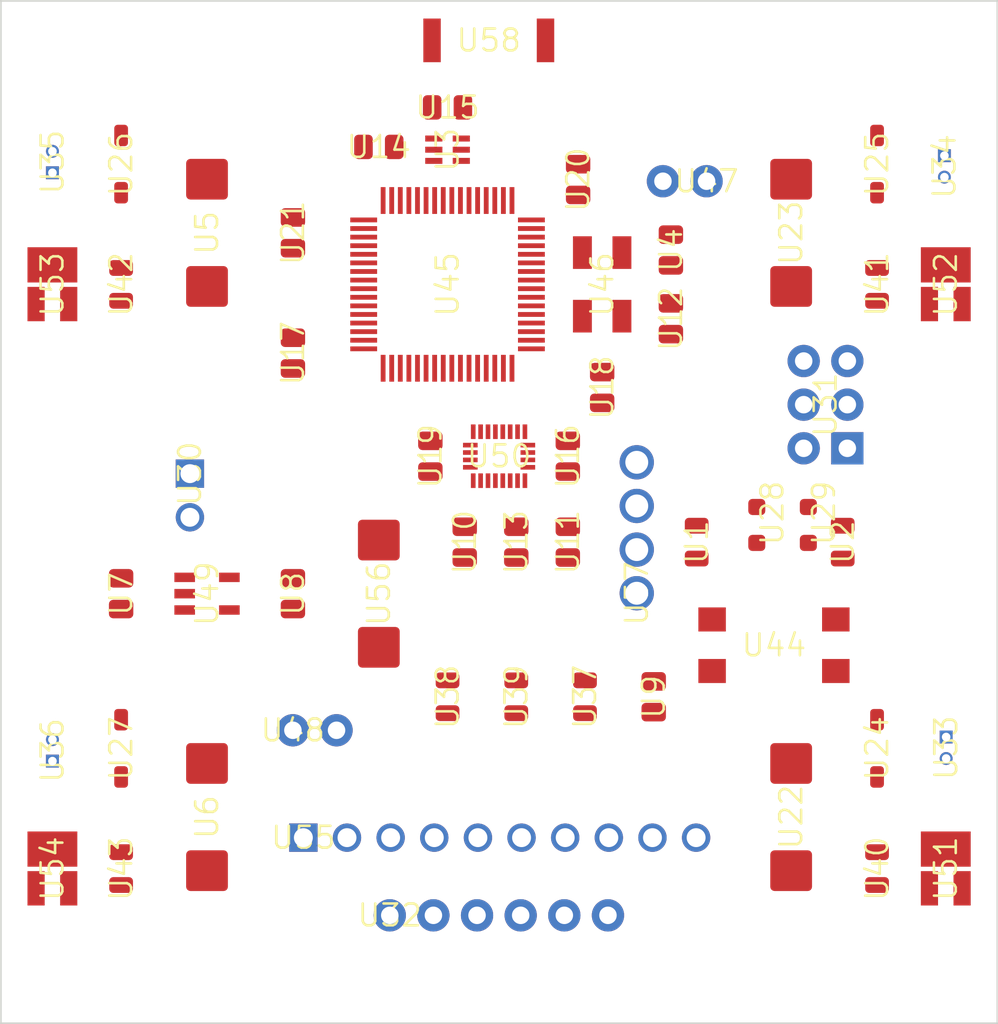
<source format=kicad_pcb>
(kicad_pcb (version 20221018) (generator pcbnew)
  (layers (0 "F.Cu" signal "Top") (1 "In1.Cu" signal "Route2") (2 "In2.Cu" signal "Route15") (31 "B.Cu" signal "Bottom") (34 "B.Paste" user) (35 "F.Paste" user) (36 "B.SilkS" user "B.Silkscreen") (37 "F.SilkS" user "F.Silkscreen") (38 "B.Mask" user) (39 "F.Mask" user) (44 "Edge.Cuts" user))
  (net 0 "")
  (net 1 "3V3")
  (net 2 "GND")
  (net 3 "VBAT")
  (net 4 "BAT_GND")
  (net 5 "Net-(B1-Pad3)")
  (net 6 "Net-(B1-Pad4)")
  (net 7 "Net-(C3-Pad1)")
  (net 8 "Net-(C1-Pad1)")
  (net 9 "Net-(C2-Pad1)")
  (net 10 "/PWM3")
  (net 11 "/PWM2")
  (net 12 "/PWM1")
  (net 13 "/TX0")
  (net 14 "/RX0")
  (net 15 "/PWM4")
  (net 16 "/MISO")
  (net 17 "/MOSI")
  (net 18 "/SCK")
  (net 19 "/SDA")
  (net 20 "/SCL")
  (net 21 "Net-(C4-Pad1)")
  (net 22 "/RESET")
  (net 23 "Net-(D1-PadA)")
  (net 24 "Net-(C18-Pad1)")
  (net 25 "Net-(C19-Pad1)")
  (net 26 "Net-(B1-Pad2)")
  (net 27 "Net-(B1-Pad1)")
  (net 28 "Net-(D2-PadA)")
  (net 29 "Net-(D3-PadA)")
  (net 30 "Net-(D4-PadA)")
  (net 31 "/DTR")
  (net 32 "Net-(D7-Pad1)")
  (net 33 "Net-(D8-Pad2)")
  (net 34 "/LED2")
  (net 35 "/LED1")
  (footprint "quadcopter:BALUN" (layer "F.Cu") (at 145.5011 83.9162 -90)
    (fp_text reference "U3" (at 0 0 270) (layer "F.SilkS") (effects (font (size 1.27 1.27))))
    (fp_text value "" (at 0 0 270) (layer "F.SilkS") (effects (font (size 1.27 1.27))))
    (pad "1" smd rect (at -0.65 0.8 270) (size 0.35 1) (layers "F.Cu" "F.Paste" "F.Mask") (net 27 "Net-(B1-Pad1)"))
    (pad "2" smd rect (at 0 0.8 270) (size 0.35 1) (layers "F.Cu" "F.Paste" "F.Mask") (net 26 "Net-(B1-Pad2)"))
    (pad "3" smd rect (at 0.65 0.8 270) (size 0.35 1) (layers "F.Cu" "F.Paste" "F.Mask") (net 5 "Net-(B1-Pad3)"))
    (pad "4" smd rect (at 0.65 -0.8 270) (size 0.35 1) (layers "F.Cu" "F.Paste" "F.Mask") (net 6 "Net-(B1-Pad4)"))
    (pad "5" smd rect (at 0 -0.8 270) (size 0.35 1) (layers "F.Cu" "F.Paste" "F.Mask") (net 2 "GND"))
    (pad "6" smd rect (at -0.65 -0.8 270) (size 0.35 1) (layers "F.Cu" "F.Paste" "F.Mask"))
  )
  (footprint "quadcopter:CAPC2012X140_HS" (layer "F.Cu") (at 158.5011 89.7536 90)
    (fp_text reference "U4" (at 0 0 90) (layer "F.SilkS") (effects (font (size 1.27 1.27))))
    (fp_text value "" (at 0 0 90) (layer "F.SilkS") (effects (font (size 1.27 1.27))))
    (pad "1" smd roundrect (at -0.895 0 270) (size 1.08 1.42) (layers "F.Cu" "F.Mask") (roundrect_rratio 0.23) (net 8 "Net-(C1-Pad1)"))
    (pad "2" smd roundrect (at 0.895 0 90) (size 1.08 1.42) (layers "F.Cu" "F.Mask") (roundrect_rratio 0.23) (net 2 "GND"))
  )
  (footprint "quadcopter:CAPMP7343X310_HS" (layer "F.Cu") (at 131.5011 88.7536 -90)
    (fp_text reference "U5" (at 0 0 270) (layer "F.SilkS") (effects (font (size 1.27 1.27))))
    (fp_text value "" (at 0 0 270) (layer "F.SilkS") (effects (font (size 1.27 1.27))))
    (pad "1" smd roundrect (at -3.12 0 90) (size 2.37 2.43) (layers "F.Cu" "F.Mask") (roundrect_rratio 0.105) (net 3 "VBAT"))
    (pad "2" smd roundrect (at 3.12 0 270) (size 2.37 2.43) (layers "F.Cu" "F.Mask") (roundrect_rratio 0.105) (net 4 "BAT_GND"))
  )
  (footprint "quadcopter:CAPMP7343X310_HS" (layer "F.Cu") (at 131.5011 122.7536 -90)
    (fp_text reference "U6" (at 0 0 270) (layer "F.SilkS") (effects (font (size 1.27 1.27))))
    (fp_text value "" (at 0 0 270) (layer "F.SilkS") (effects (font (size 1.27 1.27))))
    (pad "1" smd roundrect (at -3.12 0 90) (size 2.37 2.43) (layers "F.Cu" "F.Mask") (roundrect_rratio 0.105) (net 3 "VBAT"))
    (pad "2" smd roundrect (at 3.12 0 270) (size 2.37 2.43) (layers "F.Cu" "F.Mask") (roundrect_rratio 0.105) (net 4 "BAT_GND"))
  )
  (footprint "quadcopter:CAPC2012X140_HS" (layer "F.Cu") (at 126.5011 109.7536 -90)
    (fp_text reference "U7" (at 0 0 270) (layer "F.SilkS") (effects (font (size 1.27 1.27))))
    (fp_text value "" (at 0 0 270) (layer "F.SilkS") (effects (font (size 1.27 1.27))))
    (pad "1" smd roundrect (at -0.895 0 90) (size 1.08 1.42) (layers "F.Cu" "F.Mask") (roundrect_rratio 0.23) (net 3 "VBAT"))
    (pad "2" smd roundrect (at 0.895 0 270) (size 1.08 1.42) (layers "F.Cu" "F.Mask") (roundrect_rratio 0.23) (net 4 "BAT_GND"))
  )
  (footprint "quadcopter:CAPC2012X140_HS" (layer "F.Cu") (at 136.5011 109.7536 -90)
    (fp_text reference "U8" (at 0 0 270) (layer "F.SilkS") (effects (font (size 1.27 1.27))))
    (fp_text value "" (at 0 0 270) (layer "F.SilkS") (effects (font (size 1.27 1.27))))
    (pad "1" smd roundrect (at -0.895 0 90) (size 1.08 1.42) (layers "F.Cu" "F.Mask") (roundrect_rratio 0.23) (net 1 "3V3"))
    (pad "2" smd roundrect (at 0.895 0 270) (size 1.08 1.42) (layers "F.Cu" "F.Mask") (roundrect_rratio 0.23) (net 2 "GND"))
  )
  (footprint "quadcopter:CAPC2012X140_HS" (layer "F.Cu") (at 157.5011 115.7536 -90)
    (fp_text reference "U9" (at 0 0 270) (layer "F.SilkS") (effects (font (size 1.27 1.27))))
    (fp_text value "" (at 0 0 270) (layer "F.SilkS") (effects (font (size 1.27 1.27))))
    (pad "1" smd roundrect (at -0.895 0 90) (size 1.08 1.42) (layers "F.Cu" "F.Mask") (roundrect_rratio 0.23) (net 31 "/DTR"))
    (pad "2" smd roundrect (at 0.895 0 270) (size 1.08 1.42) (layers "F.Cu" "F.Mask") (roundrect_rratio 0.23) (net 22 "/RESET"))
  )
  (footprint "quadcopter:CAPC2012X140_HS" (layer "F.Cu") (at 146.5011 106.7536 -90)
    (fp_text reference "U10" (at 0 0 270) (layer "F.SilkS") (effects (font (size 1.27 1.27))))
    (fp_text value "" (at 0 0 270) (layer "F.SilkS") (effects (font (size 1.27 1.27))))
    (pad "1" smd roundrect (at -0.895 0 90) (size 1.08 1.42) (layers "F.Cu" "F.Mask") (roundrect_rratio 0.23) (net 24 "Net-(C18-Pad1)"))
    (pad "2" smd roundrect (at 0.895 0 270) (size 1.08 1.42) (layers "F.Cu" "F.Mask") (roundrect_rratio 0.23) (net 2 "GND"))
  )
  (footprint "quadcopter:CAPC2012X140_HS" (layer "F.Cu") (at 152.5011 106.7536 -90)
    (fp_text reference "U11" (at 0 0 270) (layer "F.SilkS") (effects (font (size 1.27 1.27))))
    (fp_text value "" (at 0 0 270) (layer "F.SilkS") (effects (font (size 1.27 1.27))))
    (pad "1" smd roundrect (at -0.895 0 90) (size 1.08 1.42) (layers "F.Cu" "F.Mask") (roundrect_rratio 0.23) (net 25 "Net-(C19-Pad1)"))
    (pad "2" smd roundrect (at 0.895 0 270) (size 1.08 1.42) (layers "F.Cu" "F.Mask") (roundrect_rratio 0.23) (net 2 "GND"))
  )
  (footprint "quadcopter:CAPC2012X140_HS" (layer "F.Cu") (at 158.5011 93.7536 -90)
    (fp_text reference "U12" (at 0 0 270) (layer "F.SilkS") (effects (font (size 1.27 1.27))))
    (fp_text value "" (at 0 0 270) (layer "F.SilkS") (effects (font (size 1.27 1.27))))
    (pad "1" smd roundrect (at -0.895 0 90) (size 1.08 1.42) (layers "F.Cu" "F.Mask") (roundrect_rratio 0.23) (net 9 "Net-(C2-Pad1)"))
    (pad "2" smd roundrect (at 0.895 0 270) (size 1.08 1.42) (layers "F.Cu" "F.Mask") (roundrect_rratio 0.23) (net 2 "GND"))
  )
  (footprint "quadcopter:CAPC2012X140_HS" (layer "F.Cu") (at 149.5011 106.7536 -90)
    (fp_text reference "U13" (at 0 0 270) (layer "F.SilkS") (effects (font (size 1.27 1.27))))
    (fp_text value "" (at 0 0 270) (layer "F.SilkS") (effects (font (size 1.27 1.27))))
    (pad "1" smd roundrect (at -0.895 0 90) (size 1.08 1.42) (layers "F.Cu" "F.Mask") (roundrect_rratio 0.23) (net 1 "3V3"))
    (pad "2" smd roundrect (at 0.895 0 270) (size 1.08 1.42) (layers "F.Cu" "F.Mask") (roundrect_rratio 0.23) (net 2 "GND"))
  )
  (footprint "quadcopter:CAPC2012X140_HS" (layer "F.Cu") (at 141.5011 83.7536 180)
    (fp_text reference "U14" (at 0 0 180) (layer "F.SilkS") (effects (font (size 1.27 1.27))))
    (fp_text value "" (at 0 0 180) (layer "F.SilkS") (effects (font (size 1.27 1.27))))
    (pad "1" smd roundrect (at -0.895 0) (size 1.08 1.42) (layers "F.Cu" "F.Mask") (roundrect_rratio 0.23) (net 26 "Net-(B1-Pad2)"))
    (pad "2" smd roundrect (at 0.895 0 180) (size 1.08 1.42) (layers "F.Cu" "F.Mask") (roundrect_rratio 0.23) (net 2 "GND"))
  )
  (footprint "quadcopter:CAPC2012X140_HS" (layer "F.Cu") (at 145.5011 81.4536)
    (fp_text reference "U15" (at 0 0) (layer "F.SilkS") (effects (font (size 1.27 1.27))))
    (fp_text value "" (at 0 0) (layer "F.SilkS") (effects (font (size 1.27 1.27))))
    (pad "1" smd roundrect (at -0.895 0 180) (size 1.08 1.42) (layers "F.Cu" "F.Mask") (roundrect_rratio 0.23) (net 27 "Net-(B1-Pad1)"))
    (pad "2" smd roundrect (at 0.895 0) (size 1.08 1.42) (layers "F.Cu" "F.Mask") (roundrect_rratio 0.23) (net 2 "GND"))
  )
  (footprint "quadcopter:CAPC2012X140_HS" (layer "F.Cu") (at 152.5011 101.7536 90)
    (fp_text reference "U16" (at 0 0 90) (layer "F.SilkS") (effects (font (size 1.27 1.27))))
    (fp_text value "" (at 0 0 90) (layer "F.SilkS") (effects (font (size 1.27 1.27))))
    (pad "1" smd roundrect (at -0.895 0 270) (size 1.08 1.42) (layers "F.Cu" "F.Mask") (roundrect_rratio 0.23) (net 1 "3V3"))
    (pad "2" smd roundrect (at 0.895 0 90) (size 1.08 1.42) (layers "F.Cu" "F.Mask") (roundrect_rratio 0.23) (net 2 "GND"))
  )
  (footprint "quadcopter:CAPC2012X140_HS" (layer "F.Cu") (at 136.5011 95.7536 -90)
    (fp_text reference "U17" (at 0 0 270) (layer "F.SilkS") (effects (font (size 1.27 1.27))))
    (fp_text value "" (at 0 0 270) (layer "F.SilkS") (effects (font (size 1.27 1.27))))
    (pad "1" smd roundrect (at -0.895 0 90) (size 1.08 1.42) (layers "F.Cu" "F.Mask") (roundrect_rratio 0.23) (net 1 "3V3"))
    (pad "2" smd roundrect (at 0.895 0 270) (size 1.08 1.42) (layers "F.Cu" "F.Mask") (roundrect_rratio 0.23) (net 2 "GND"))
  )
  (footprint "quadcopter:CAPC2012X140_HS" (layer "F.Cu") (at 154.5011 97.7536 90)
    (fp_text reference "U18" (at 0 0 90) (layer "F.SilkS") (effects (font (size 1.27 1.27))))
    (fp_text value "" (at 0 0 90) (layer "F.SilkS") (effects (font (size 1.27 1.27))))
    (pad "1" smd roundrect (at -0.895 0 270) (size 1.08 1.42) (layers "F.Cu" "F.Mask") (roundrect_rratio 0.23) (net 1 "3V3"))
    (pad "2" smd roundrect (at 0.895 0 90) (size 1.08 1.42) (layers "F.Cu" "F.Mask") (roundrect_rratio 0.23) (net 2 "GND"))
  )
  (footprint "quadcopter:CAPC2012X140_HS" (layer "F.Cu") (at 144.5011 101.7536 -90)
    (fp_text reference "U19" (at 0 0 270) (layer "F.SilkS") (effects (font (size 1.27 1.27))))
    (fp_text value "" (at 0 0 270) (layer "F.SilkS") (effects (font (size 1.27 1.27))))
    (pad "1" smd roundrect (at -0.895 0 90) (size 1.08 1.42) (layers "F.Cu" "F.Mask") (roundrect_rratio 0.23) (net 1 "3V3"))
    (pad "2" smd roundrect (at 0.895 0 270) (size 1.08 1.42) (layers "F.Cu" "F.Mask") (roundrect_rratio 0.23) (net 2 "GND"))
  )
  (footprint "quadcopter:CAPC2012X140_HS" (layer "F.Cu") (at 153.1011 85.6536 90)
    (fp_text reference "U20" (at 0 0 90) (layer "F.SilkS") (effects (font (size 1.27 1.27))))
    (fp_text value "" (at 0 0 90) (layer "F.SilkS") (effects (font (size 1.27 1.27))))
    (pad "1" smd roundrect (at -0.895 0 270) (size 1.08 1.42) (layers "F.Cu" "F.Mask") (roundrect_rratio 0.23) (net 7 "Net-(C3-Pad1)"))
    (pad "2" smd roundrect (at 0.895 0 90) (size 1.08 1.42) (layers "F.Cu" "F.Mask") (roundrect_rratio 0.23) (net 2 "GND"))
  )
  (footprint "quadcopter:CAPC2012X140_HS" (layer "F.Cu") (at 136.5011 88.7536 90)
    (fp_text reference "U21" (at 0 0 90) (layer "F.SilkS") (effects (font (size 1.27 1.27))))
    (fp_text value "" (at 0 0 90) (layer "F.SilkS") (effects (font (size 1.27 1.27))))
    (pad "1" smd roundrect (at -0.895 0 270) (size 1.08 1.42) (layers "F.Cu" "F.Mask") (roundrect_rratio 0.23) (net 21 "Net-(C4-Pad1)"))
    (pad "2" smd roundrect (at 0.895 0 90) (size 1.08 1.42) (layers "F.Cu" "F.Mask") (roundrect_rratio 0.23) (net 2 "GND"))
  )
  (footprint "quadcopter:CAPMP7343X310_HS" (layer "F.Cu") (at 165.5011 122.7536 -90)
    (fp_text reference "U22" (at 0 0 270) (layer "F.SilkS") (effects (font (size 1.27 1.27))))
    (fp_text value "" (at 0 0 270) (layer "F.SilkS") (effects (font (size 1.27 1.27))))
    (pad "1" smd roundrect (at -3.12 0 90) (size 2.37 2.43) (layers "F.Cu" "F.Mask") (roundrect_rratio 0.105) (net 3 "VBAT"))
    (pad "2" smd roundrect (at 3.12 0 270) (size 2.37 2.43) (layers "F.Cu" "F.Mask") (roundrect_rratio 0.105) (net 4 "BAT_GND"))
  )
  (footprint "quadcopter:CAPMP7343X310_HS" (layer "F.Cu") (at 165.5011 88.7536 -90)
    (fp_text reference "U23" (at 0 0 270) (layer "F.SilkS") (effects (font (size 1.27 1.27))))
    (fp_text value "" (at 0 0 270) (layer "F.SilkS") (effects (font (size 1.27 1.27))))
    (pad "1" smd roundrect (at -3.12 0 90) (size 2.37 2.43) (layers "F.Cu" "F.Mask") (roundrect_rratio 0.105) (net 3 "VBAT"))
    (pad "2" smd roundrect (at 3.12 0 270) (size 2.37 2.43) (layers "F.Cu" "F.Mask") (roundrect_rratio 0.105) (net 4 "BAT_GND"))
  )
  (footprint "quadcopter:SOD3716X135_HS" (layer "F.Cu") (at 170.5011 118.7536 -90)
    (fp_text reference "U24" (at 0 0 270) (layer "F.SilkS") (effects (font (size 1.27 1.27))))
    (fp_text value "" (at 0 0 270) (layer "F.SilkS") (effects (font (size 1.27 1.27))))
    (pad "A" smd roundrect (at 1.665 0 270) (size 1.25 0.8) (layers "F.Cu" "F.Mask") (net 23 "Net-(D1-PadA)"))
    (pad "C" smd roundrect (at -1.665 0 90) (size 1.25 0.8) (layers "F.Cu" "F.Mask") (net 3 "VBAT"))
  )
  (footprint "quadcopter:SOD3716X135_HS" (layer "F.Cu") (at 170.5011 84.7536 -90)
    (fp_text reference "U25" (at 0 0 270) (layer "F.SilkS") (effects (font (size 1.27 1.27))))
    (fp_text value "" (at 0 0 270) (layer "F.SilkS") (effects (font (size 1.27 1.27))))
    (pad "A" smd roundrect (at 1.665 0 270) (size 1.25 0.8) (layers "F.Cu" "F.Mask") (net 28 "Net-(D2-PadA)"))
    (pad "C" smd roundrect (at -1.665 0 90) (size 1.25 0.8) (layers "F.Cu" "F.Mask") (net 3 "VBAT"))
  )
  (footprint "quadcopter:SOD3716X135_HS" (layer "F.Cu") (at 126.5011 84.7536 -90)
    (fp_text reference "U26" (at 0 0 270) (layer "F.SilkS") (effects (font (size 1.27 1.27))))
    (fp_text value "" (at 0 0 270) (layer "F.SilkS") (effects (font (size 1.27 1.27))))
    (pad "A" smd roundrect (at 1.665 0 270) (size 1.25 0.8) (layers "F.Cu" "F.Mask") (net 29 "Net-(D3-PadA)"))
    (pad "C" smd roundrect (at -1.665 0 90) (size 1.25 0.8) (layers "F.Cu" "F.Mask") (net 3 "VBAT"))
  )
  (footprint "quadcopter:SOD3716X135_HS" (layer "F.Cu") (at 126.5011 118.7536 -90)
    (fp_text reference "U27" (at 0 0 270) (layer "F.SilkS") (effects (font (size 1.27 1.27))))
    (fp_text value "" (at 0 0 270) (layer "F.SilkS") (effects (font (size 1.27 1.27))))
    (pad "A" smd roundrect (at 1.665 0 270) (size 1.25 0.8) (layers "F.Cu" "F.Mask") (net 30 "Net-(D4-PadA)"))
    (pad "C" smd roundrect (at -1.665 0 90) (size 1.25 0.8) (layers "F.Cu" "F.Mask") (net 3 "VBAT"))
  )
  (footprint "quadcopter:LEDSC125X200X120-2_HS" (layer "F.Cu") (at 163.5011 105.7536 -90)
    (fp_text reference "U28" (at -0.7 -0.9 270) (layer "F.SilkS") (effects (font (size 1.27 1.27))))
    (fp_text value "" (at -0.7 -0.9 270) (layer "F.SilkS") (effects (font (size 1.27 1.27))))
    (pad "1" smd roundrect (at -1.045 0 90) (size 0.94 0.99) (layers "F.Cu" "F.Mask") (roundrect_rratio 0.255) (net 32 "Net-(D7-Pad1)"))
    (pad "2" smd roundrect (at 1.045 0 270) (size 0.94 0.99) (layers "F.Cu" "F.Mask") (roundrect_rratio 0.255) (net 2 "GND"))
  )
  (footprint "quadcopter:LEDSC125X200X120-2_HS" (layer "F.Cu") (at 166.5011 105.7536 -90)
    (fp_text reference "U29" (at -0.7 -0.9 270) (layer "F.SilkS") (effects (font (size 1.27 1.27))))
    (fp_text value "" (at -0.7 -0.9 270) (layer "F.SilkS") (effects (font (size 1.27 1.27))))
    (pad "1" smd roundrect (at -1.045 0 90) (size 0.94 0.99) (layers "F.Cu" "F.Mask") (roundrect_rratio 0.255) (net 2 "GND"))
    (pad "2" smd roundrect (at 1.045 0 270) (size 0.94 0.99) (layers "F.Cu" "F.Mask") (roundrect_rratio 0.255) (net 33 "Net-(D8-Pad2)"))
  )
  (footprint "quadcopter:MALE_HEADER_2X1_0.1IN" (layer "F.Cu") (at 130.5052 104.0384 -90)
    (fp_text reference "U30" (at -1.27 0 270) (layer "F.SilkS") (effects (font (size 1.27 1.27))))
    (fp_text value "" (at -1.27 0 270) (layer "F.SilkS") (effects (font (size 1.27 1.27))))
    (pad "1" thru_hole rect (at -1.27 0 270) (size 1.65 1.65) (drill 1.1) (layers "*.Cu" "*.Mask") (net 4 "BAT_GND"))
    (pad "2" thru_hole circle (at 1.27 0 350) (size 1.65 1.65) (drill 1.1) (layers "*.Cu" "*.Mask") (net 3 "VBAT"))
  )
  (footprint "quadcopter:2X3-NS" (layer "F.Cu") (at 167.5011 98.7536 90)
    (fp_text reference "U31" (at 0 0 90) (layer "F.SilkS") (effects (font (size 1.27 1.27))))
    (fp_text value "" (at 0 0 90) (layer "F.SilkS") (effects (font (size 1.27 1.27))))
    (pad "1" thru_hole rect (at -2.54 1.27 90) (size 1.8796 1.8796) (drill 1.016) (layers "*.Cu" "*.Mask") (net 16 "/MISO"))
    (pad "2" thru_hole circle (at -2.54 -1.27 90) (size 1.8796 1.8796) (drill 1.016) (layers "*.Cu" "*.Mask"))
    (pad "3" thru_hole circle (at 0 1.27 90) (size 1.8796 1.8796) (drill 1.016) (layers "*.Cu" "*.Mask") (net 18 "/SCK"))
    (pad "4" thru_hole circle (at 0 -1.27 90) (size 1.8796 1.8796) (drill 1.016) (layers "*.Cu" "*.Mask") (net 17 "/MOSI"))
    (pad "5" thru_hole circle (at 2.54 1.27 90) (size 1.8796 1.8796) (drill 1.016) (layers "*.Cu" "*.Mask") (net 22 "/RESET"))
    (pad "6" thru_hole circle (at 2.54 -1.27 90) (size 1.8796 1.8796) (drill 1.016) (layers "*.Cu" "*.Mask") (net 2 "GND"))
  )
  (footprint "quadcopter:FTDI_BASIC" (layer "F.Cu") (at 148.4884 128.4732)
    (fp_text reference "U32" (at -6.35 0) (layer "F.SilkS") (effects (font (size 1.27 1.27))))
    (fp_text value "" (at -6.35 0) (layer "F.SilkS") (effects (font (size 1.27 1.27))))
    (pad "CTS" thru_hole circle locked (at 3.81 0 90) (size 1.8796 1.8796) (drill 1.016) (layers "*.Cu" "*.Mask"))
    (pad "DTR" thru_hole circle locked (at -6.35 0 90) (size 1.8796 1.8796) (drill 1.016) (layers "*.Cu" "*.Mask") (net 31 "/DTR"))
    (pad "GND" thru_hole circle locked (at 6.35 0 90) (size 1.8796 1.8796) (drill 1.016) (layers "*.Cu" "*.Mask") (net 2 "GND"))
    (pad "RXI" thru_hole circle locked (at -3.81 0 90) (size 1.8796 1.8796) (drill 1.016) (layers "*.Cu" "*.Mask") (net 13 "/TX0"))
    (pad "TXO" thru_hole circle locked (at -1.27 0 90) (size 1.8796 1.8796) (drill 1.016) (layers "*.Cu" "*.Mask") (net 14 "/RX0"))
    (pad "VCC" thru_hole circle locked (at 1.27 0 90) (size 1.8796 1.8796) (drill 1.016) (layers "*.Cu" "*.Mask") (net 1 "3V3"))
  )
  (footprint "quadcopter:MOLEX-0530470210" (layer "F.Cu") (at 175.1584 118.7196 90)
    (fp_text reference "U33" (at 0 -0.635 90) (layer "F.SilkS") (effects (font (size 1.27 1.27))))
    (fp_text value "" (at 0 -0.635 90) (layer "F.SilkS") (effects (font (size 1.27 1.27))))
    (pad "1" thru_hole rect locked (at 0.625 -0.635 90) (size 0.75 0.75) (drill 0.5) (layers "*.Cu" "*.Mask") (net 3 "VBAT"))
    (pad "2" thru_hole circle locked (at -0.625 -0.635 90) (size 0.75 0.75) (drill 0.5) (layers "*.Cu" "*.Mask") (net 23 "Net-(D1-PadA)"))
  )
  (footprint "quadcopter:MOLEX-0530470210" (layer "F.Cu") (at 175.0568 84.8868 90)
    (fp_text reference "U34" (at 0 -0.635 90) (layer "F.SilkS") (effects (font (size 1.27 1.27))))
    (fp_text value "" (at 0 -0.635 90) (layer "F.SilkS") (effects (font (size 1.27 1.27))))
    (pad "1" thru_hole rect locked (at 0.625 -0.635 90) (size 0.75 0.75) (drill 0.5) (layers "*.Cu" "*.Mask") (net 3 "VBAT"))
    (pad "2" thru_hole circle locked (at -0.625 -0.635 90) (size 0.75 0.75) (drill 0.5) (layers "*.Cu" "*.Mask") (net 28 "Net-(D2-PadA)"))
  )
  (footprint "quadcopter:MOLEX-0530470210" (layer "F.Cu") (at 121.8692 84.6328 -90)
    (fp_text reference "U35" (at 0 -0.635 270) (layer "F.SilkS") (effects (font (size 1.27 1.27))))
    (fp_text value "" (at 0 -0.635 270) (layer "F.SilkS") (effects (font (size 1.27 1.27))))
    (pad "1" thru_hole rect locked (at 0.625 -0.635 270) (size 0.75 0.75) (drill 0.5) (layers "*.Cu" "*.Mask") (net 3 "VBAT"))
    (pad "2" thru_hole circle locked (at -0.625 -0.635 270) (size 0.75 0.75) (drill 0.5) (layers "*.Cu" "*.Mask") (net 29 "Net-(D3-PadA)"))
  )
  (footprint "quadcopter:MOLEX-0530470210" (layer "F.Cu") (at 121.8692 118.872 -90)
    (fp_text reference "U36" (at 0 -0.635 270) (layer "F.SilkS") (effects (font (size 1.27 1.27))))
    (fp_text value "" (at 0 -0.635 270) (layer "F.SilkS") (effects (font (size 1.27 1.27))))
    (pad "1" thru_hole rect locked (at 0.625 -0.635 270) (size 0.75 0.75) (drill 0.5) (layers "*.Cu" "*.Mask") (net 3 "VBAT"))
    (pad "2" thru_hole circle locked (at -0.625 -0.635 270) (size 0.75 0.75) (drill 0.5) (layers "*.Cu" "*.Mask") (net 30 "Net-(D4-PadA)"))
  )
  (footprint "quadcopter:RESC2012X60_HS" (layer "F.Cu") (at 153.5011 115.7536 90)
    (fp_text reference "U37" (at 0 0 90) (layer "F.SilkS") (effects (font (size 1.27 1.27))))
    (fp_text value "" (at 0 0 90) (layer "F.SilkS") (effects (font (size 1.27 1.27))))
    (pad "1" smd roundrect (at -0.955 0 270) (size 0.92 1.38) (layers "F.Cu" "F.Mask") (net 22 "/RESET"))
    (pad "2" smd roundrect (at 0.955 0 90) (size 0.92 1.38) (layers "F.Cu" "F.Mask") (net 1 "3V3"))
  )
  (footprint "quadcopter:RESC2012X60_HS" (layer "F.Cu") (at 145.5011 115.7536 90)
    (fp_text reference "U38" (at 0 0 90) (layer "F.SilkS") (effects (font (size 1.27 1.27))))
    (fp_text value "" (at 0 0 90) (layer "F.SilkS") (effects (font (size 1.27 1.27))))
    (pad "1" smd roundrect (at -0.955 0 270) (size 0.92 1.38) (layers "F.Cu" "F.Mask") (net 19 "/SDA"))
    (pad "2" smd roundrect (at 0.955 0 90) (size 0.92 1.38) (layers "F.Cu" "F.Mask") (net 1 "3V3"))
  )
  (footprint "quadcopter:RESC2012X60_HS" (layer "F.Cu") (at 149.5011 115.7536 90)
    (fp_text reference "U39" (at 0 0 90) (layer "F.SilkS") (effects (font (size 1.27 1.27))))
    (fp_text value "" (at 0 0 90) (layer "F.SilkS") (effects (font (size 1.27 1.27))))
    (pad "1" smd roundrect (at -0.955 0 270) (size 0.92 1.38) (layers "F.Cu" "F.Mask") (net 20 "/SCL"))
    (pad "2" smd roundrect (at 0.955 0 90) (size 0.92 1.38) (layers "F.Cu" "F.Mask") (net 1 "3V3"))
  )
  (footprint "quadcopter:RESC2012X60_HS" (layer "F.Cu") (at 170.5011 125.7536 -90)
    (fp_text reference "U40" (at 0 0 270) (layer "F.SilkS") (effects (font (size 1.27 1.27))))
    (fp_text value "" (at 0 0 270) (layer "F.SilkS") (effects (font (size 1.27 1.27))))
    (pad "1" smd roundrect (at -0.955 0 90) (size 0.92 1.38) (layers "F.Cu" "F.Mask") (net 12 "/PWM1"))
    (pad "2" smd roundrect (at 0.955 0 270) (size 0.92 1.38) (layers "F.Cu" "F.Mask") (net 2 "GND"))
  )
  (footprint "quadcopter:RESC2012X60_HS" (layer "F.Cu") (at 170.5011 91.7536 90)
    (fp_text reference "U41" (at 0 0 90) (layer "F.SilkS") (effects (font (size 1.27 1.27))))
    (fp_text value "" (at 0 0 90) (layer "F.SilkS") (effects (font (size 1.27 1.27))))
    (pad "1" smd roundrect (at -0.955 0 270) (size 0.92 1.38) (layers "F.Cu" "F.Mask") (net 11 "/PWM2"))
    (pad "2" smd roundrect (at 0.955 0 90) (size 0.92 1.38) (layers "F.Cu" "F.Mask") (net 2 "GND"))
  )
  (footprint "quadcopter:RESC2012X60_HS" (layer "F.Cu") (at 126.5011 91.7536 90)
    (fp_text reference "U42" (at 0 0 90) (layer "F.SilkS") (effects (font (size 1.27 1.27))))
    (fp_text value "" (at 0 0 90) (layer "F.SilkS") (effects (font (size 1.27 1.27))))
    (pad "1" smd roundrect (at -0.955 0 270) (size 0.92 1.38) (layers "F.Cu" "F.Mask") (net 10 "/PWM3"))
    (pad "2" smd roundrect (at 0.955 0 90) (size 0.92 1.38) (layers "F.Cu" "F.Mask") (net 2 "GND"))
  )
  (footprint "quadcopter:RESC2012X60_HS" (layer "F.Cu") (at 126.5011 125.7536 -90)
    (fp_text reference "U43" (at 0 0 270) (layer "F.SilkS") (effects (font (size 1.27 1.27))))
    (fp_text value "" (at 0 0 270) (layer "F.SilkS") (effects (font (size 1.27 1.27))))
    (pad "1" smd roundrect (at -0.955 0 90) (size 0.92 1.38) (layers "F.Cu" "F.Mask") (net 15 "/PWM4"))
    (pad "2" smd roundrect (at 0.955 0 270) (size 0.92 1.38) (layers "F.Cu" "F.Mask") (net 2 "GND"))
  )
  (footprint "quadcopter:4.5MM_TACTILE_SWITCH_TL3305AF160QG" (layer "F.Cu") (at 164.5011 112.7536 180)
    (fp_text reference "U44" (at 0 0 180) (layer "F.SilkS") (effects (font (size 1.27 1.27))))
    (fp_text value "" (at 0 0 180) (layer "F.SilkS") (effects (font (size 1.27 1.27))))
    (pad "1" smd rect (at -3.6 1.5 270) (size 1.4 1.6) (layers "F.Cu" "F.Paste" "F.Mask") (net 2 "GND"))
    (pad "2" smd rect (at 3.6 1.5 270) (size 1.4 1.6) (layers "F.Cu" "F.Paste" "F.Mask") (net 2 "GND"))
    (pad "3" smd rect (at -3.6 -1.5 270) (size 1.4 1.6) (layers "F.Cu" "F.Paste" "F.Mask") (net 22 "/RESET"))
    (pad "4" smd rect (at 3.6 -1.5 270) (size 1.4 1.6) (layers "F.Cu" "F.Paste" "F.Mask") (net 22 "/RESET"))
  )
  (footprint "quadcopter:QFN-64" (layer "F.Cu") (at 145.5011 91.7536 -90)
    (fp_text reference "U45" (at 0 0 270) (layer "F.SilkS") (effects (font (size 1.27 1.27))))
    (fp_text value "" (at 0 0 270) (layer "F.SilkS") (effects (font (size 1.27 1.27))))
    (pad "1" smd rect (at -4.881 -3.75 180) (size 0.28 1.562) (layers "F.Cu" "F.Paste" "F.Mask"))
    (pad "2" smd rect (at -4.881 -3.25 180) (size 0.28 1.562) (layers "F.Cu" "F.Paste" "F.Mask"))
    (pad "3" smd rect (at -4.881 -2.75 180) (size 0.28 1.562) (layers "F.Cu" "F.Paste" "F.Mask"))
    (pad "4" smd rect (at -4.881 -2.25 180) (size 0.28 1.562) (layers "F.Cu" "F.Paste" "F.Mask"))
    (pad "5" smd rect (at -4.881 -1.75 180) (size 0.28 1.562) (layers "F.Cu" "F.Paste" "F.Mask"))
    (pad "6" smd rect (at -4.881 -1.25 180) (size 0.28 1.562) (layers "F.Cu" "F.Paste" "F.Mask"))
    (pad "7" smd rect (at -4.881 -0.75 180) (size 0.28 1.562) (layers "F.Cu" "F.Paste" "F.Mask") (net 2 "GND"))
    (pad "8" smd rect (at -4.881 -0.25 180) (size 0.28 1.562) (layers "F.Cu" "F.Paste" "F.Mask") (net 6 "Net-(B1-Pad4)"))
    (pad "9" smd rect (at -4.881 0.25 180) (size 0.28 1.562) (layers "F.Cu" "F.Paste" "F.Mask") (net 5 "Net-(B1-Pad3)"))
    (pad "10" smd rect (at -4.881 0.75 180) (size 0.28 1.562) (layers "F.Cu" "F.Paste" "F.Mask") (net 2 "GND"))
    (pad "11" smd rect (at -4.881 1.25 180) (size 0.28 1.562) (layers "F.Cu" "F.Paste" "F.Mask") (net 2 "GND"))
    (pad "12" smd rect (at -4.881 1.75 180) (size 0.28 1.562) (layers "F.Cu" "F.Paste" "F.Mask") (net 22 "/RESET"))
    (pad "13" smd rect (at -4.881 2.25 180) (size 0.28 1.562) (layers "F.Cu" "F.Paste" "F.Mask"))
    (pad "14" smd rect (at -4.881 2.75 180) (size 0.28 1.562) (layers "F.Cu" "F.Paste" "F.Mask") (net 35 "/LED1"))
    (pad "15" smd rect (at -4.881 3.25) (size 0.28 1.562) (layers "F.Cu" "F.Paste" "F.Mask") (net 34 "/LED2"))
    (pad "16" smd rect (at -4.881 3.75) (size 0.28 1.562) (layers "F.Cu" "F.Paste" "F.Mask"))
    (pad "17" smd rect (at -3.75 4.881 90) (size 0.28 1.562) (layers "F.Cu" "F.Paste" "F.Mask"))
    (pad "18" smd rect (at -3.25 4.881 90) (size 0.28 1.562) (layers "F.Cu" "F.Paste" "F.Mask"))
    (pad "19" smd rect (at -2.75 4.881 90) (size 0.28 1.562) (layers "F.Cu" "F.Paste" "F.Mask"))
    (pad "20" smd rect (at -2.25 4.881 90) (size 0.28 1.562) (layers "F.Cu" "F.Paste" "F.Mask") (net 2 "GND"))
    (pad "21" smd rect (at -1.75 4.881 90) (size 0.28 1.562) (layers "F.Cu" "F.Paste" "F.Mask") (net 21 "Net-(C4-Pad1)"))
    (pad "22" smd rect (at -1.25 4.881 90) (size 0.28 1.562) (layers "F.Cu" "F.Paste" "F.Mask") (net 21 "Net-(C4-Pad1)"))
    (pad "23" smd rect (at -0.75 4.881 90) (size 0.28 1.562) (layers "F.Cu" "F.Paste" "F.Mask") (net 1 "3V3"))
    (pad "24" smd rect (at -0.25 4.881 90) (size 0.28 1.562) (layers "F.Cu" "F.Paste" "F.Mask") (net 2 "GND"))
    (pad "25" smd rect (at 0.25 4.881 90) (size 0.28 1.562) (layers "F.Cu" "F.Paste" "F.Mask") (net 20 "/SCL"))
    (pad "26" smd rect (at 0.75 4.881 90) (size 0.28 1.562) (layers "F.Cu" "F.Paste" "F.Mask") (net 19 "/SDA"))
    (pad "27" smd rect (at 1.25 4.881 90) (size 0.28 1.562) (layers "F.Cu" "F.Paste" "F.Mask"))
    (pad "28" smd rect (at 1.75 4.881 90) (size 0.28 1.562) (layers "F.Cu" "F.Paste" "F.Mask"))
    (pad "29" smd rect (at 2.25 4.881 270) (size 0.28 1.562) (layers "F.Cu" "F.Paste" "F.Mask"))
    (pad "30" smd rect (at 2.75 4.881 270) (size 0.28 1.562) (layers "F.Cu" "F.Paste" "F.Mask"))
    (pad "31" smd rect (at 3.25 4.881 270) (size 0.28 1.562) (layers "F.Cu" "F.Paste" "F.Mask"))
    (pad "32" smd rect (at 3.75 4.881 270) (size 0.28 1.562) (layers "F.Cu" "F.Paste" "F.Mask"))
    (pad "33" smd rect (at 4.881 3.75) (size 0.28 1.562) (layers "F.Cu" "F.Paste" "F.Mask") (net 2 "GND"))
    (pad "34" smd rect (at 4.881 3.25) (size 0.28 1.562) (layers "F.Cu" "F.Paste" "F.Mask") (net 1 "3V3"))
    (pad "35" smd rect (at 4.881 2.75) (size 0.28 1.562) (layers "F.Cu" "F.Paste" "F.Mask") (net 2 "GND"))
    (pad "36" smd rect (at 4.881 2.25) (size 0.28 1.562) (layers "F.Cu" "F.Paste" "F.Mask"))
    (pad "37" smd rect (at 4.881 1.75) (size 0.28 1.562) (layers "F.Cu" "F.Paste" "F.Mask") (net 18 "/SCK"))
    (pad "38" smd rect (at 4.881 1.25) (size 0.28 1.562) (layers "F.Cu" "F.Paste" "F.Mask") (net 17 "/MOSI"))
    (pad "39" smd rect (at 4.881 0.75) (size 0.28 1.562) (layers "F.Cu" "F.Paste" "F.Mask") (net 16 "/MISO"))
    (pad "40" smd rect (at 4.881 0.25) (size 0.28 1.562) (layers "F.Cu" "F.Paste" "F.Mask"))
    (pad "41" smd rect (at 4.881 -0.25) (size 0.28 1.562) (layers "F.Cu" "F.Paste" "F.Mask") (net 15 "/PWM4"))
    (pad "42" smd rect (at 4.881 -0.75) (size 0.28 1.562) (layers "F.Cu" "F.Paste" "F.Mask"))
    (pad "43" smd rect (at 4.881 -1.25) (size 0.28 1.562) (layers "F.Cu" "F.Paste" "F.Mask"))
    (pad "44" smd rect (at 4.881 -1.75) (size 0.28 1.562) (layers "F.Cu" "F.Paste" "F.Mask") (net 1 "3V3"))
    (pad "45" smd rect (at 4.881 -2.25) (size 0.28 1.562) (layers "F.Cu" "F.Paste" "F.Mask") (net 2 "GND"))
    (pad "46" smd rect (at 4.881 -2.75) (size 0.28 1.562) (layers "F.Cu" "F.Paste" "F.Mask") (net 14 "/RX0"))
    (pad "47" smd rect (at 4.881 -3.25) (size 0.28 1.562) (layers "F.Cu" "F.Paste" "F.Mask") (net 13 "/TX0"))
    (pad "48" smd rect (at 4.881 -3.75) (size 0.28 1.562) (layers "F.Cu" "F.Paste" "F.Mask"))
    (pad "49" smd rect (at 3.75 -4.881 270) (size 0.28 1.562) (layers "F.Cu" "F.Paste" "F.Mask") (net 12 "/PWM1"))
    (pad "50" smd rect (at 3.25 -4.881 270) (size 0.28 1.562) (layers "F.Cu" "F.Paste" "F.Mask") (net 11 "/PWM2"))
    (pad "51" smd rect (at 2.75 -4.881 270) (size 0.28 1.562) (layers "F.Cu" "F.Paste" "F.Mask") (net 10 "/PWM3"))
    (pad "52" smd rect (at 2.25 -4.881 270) (size 0.28 1.562) (layers "F.Cu" "F.Paste" "F.Mask"))
    (pad "53" smd rect (at 1.75 -4.881 270) (size 0.28 1.562) (layers "F.Cu" "F.Paste" "F.Mask"))
    (pad "54" smd rect (at 1.25 -4.881 270) (size 0.28 1.562) (layers "F.Cu" "F.Paste" "F.Mask") (net 1 "3V3"))
    (pad "55" smd rect (at 0.75 -4.881 270) (size 0.28 1.562) (layers "F.Cu" "F.Paste" "F.Mask") (net 2 "GND"))
    (pad "56" smd rect (at 0.25 -4.881 270) (size 0.28 1.562) (layers "F.Cu" "F.Paste" "F.Mask") (net 9 "Net-(C2-Pad1)"))
    (pad "57" smd rect (at -0.25 -4.881 270) (size 0.28 1.562) (layers "F.Cu" "F.Paste" "F.Mask") (net 8 "Net-(C1-Pad1)"))
    (pad "58" smd rect (at -0.75 -4.881 270) (size 0.28 1.562) (layers "F.Cu" "F.Paste" "F.Mask") (net 2 "GND"))
    (pad "59" smd rect (at -1.25 -4.881 270) (size 0.28 1.562) (layers "F.Cu" "F.Paste" "F.Mask") (net 1 "3V3"))
    (pad "60" smd rect (at -1.75 -4.881 270) (size 0.28 1.562) (layers "F.Cu" "F.Paste" "F.Mask") (net 7 "Net-(C3-Pad1)"))
    (pad "61" smd rect (at -2.25 -4.881 270) (size 0.28 1.562) (layers "F.Cu" "F.Paste" "F.Mask") (net 2 "GND"))
    (pad "62" smd rect (at -2.75 -4.881 270) (size 0.28 1.562) (layers "F.Cu" "F.Paste" "F.Mask"))
    (pad "63" smd rect (at -3.25 -4.881 270) (size 0.28 1.562) (layers "F.Cu" "F.Paste" "F.Mask"))
    (pad "64" smd rect (at -3.75 -4.881 270) (size 0.28 1.562) (layers "F.Cu" "F.Paste" "F.Mask"))
  )
  (footprint "quadcopter:CRYSTAL-SMD-5X3" (layer "F.Cu") (at 154.5011 91.7536 -90)
    (fp_text reference "U46" (at 0 0 270) (layer "F.SilkS") (effects (font (size 1.27 1.27))))
    (fp_text value "" (at 0 0 270) (layer "F.SilkS") (effects (font (size 1.27 1.27))))
    (pad "1" smd rect (at -1.85 1.15 270) (size 1.9 1.1) (layers "F.Cu" "F.Paste" "F.Mask") (net 8 "Net-(C1-Pad1)"))
    (pad "2" smd rect (at 1.85 1.15 270) (size 1.9 1.1) (layers "F.Cu" "F.Paste" "F.Mask"))
    (pad "3" smd rect (at 1.85 -1.15 270) (size 1.9 1.1) (layers "F.Cu" "F.Paste" "F.Mask") (net 9 "Net-(C2-Pad1)"))
    (pad "4" smd rect (at -1.85 -1.15 270) (size 1.9 1.1) (layers "F.Cu" "F.Paste" "F.Mask"))
  )
  (footprint "quadcopter:RESC2012X60_HS" (layer "F.Cu") (at 160.0011 106.7536 90)
    (fp_text reference "U1" (at 0 0 90) (layer "F.SilkS") (effects (font (size 1.27 1.27))))
    (fp_text value "" (at 0 0 90) (layer "F.SilkS") (effects (font (size 1.27 1.27))))
    (pad "1" smd roundrect (at -0.955 0 270) (size 0.92 1.38) (layers "F.Cu" "F.Mask") (net 32 "Net-(D7-Pad1)"))
    (pad "2" smd roundrect (at 0.955 0 90) (size 0.92 1.38) (layers "F.Cu" "F.Mask") (net 34 "/LED2"))
  )
  (footprint "quadcopter:RESC2012X60_HS" (layer "F.Cu") (at 168.5011 106.7536 90)
    (fp_text reference "U2" (at 0 0 90) (layer "F.SilkS") (effects (font (size 1.27 1.27))))
    (fp_text value "" (at 0 0 90) (layer "F.SilkS") (effects (font (size 1.27 1.27))))
    (pad "1" smd roundrect (at -0.955 0 270) (size 0.92 1.38) (layers "F.Cu" "F.Mask") (net 33 "Net-(D8-Pad2)"))
    (pad "2" smd roundrect (at 0.955 0 90) (size 0.92 1.38) (layers "F.Cu" "F.Mask") (net 35 "/LED1"))
  )
  (footprint "quadcopter:SOT23-DBV" (layer "F.Cu") (at 131.5011 109.7536 -90)
    (fp_text reference "U49" (at 0 0 270) (layer "F.SilkS") (effects (font (size 1.27 1.27))))
    (fp_text value "" (at 0 0 270) (layer "F.SilkS") (effects (font (size 1.27 1.27))))
    (pad "1" smd rect (at -0.95 1.3 270) (size 0.55 1.2) (layers "F.Cu" "F.Paste" "F.Mask") (net 3 "VBAT"))
    (pad "2" smd rect (at 0 1.3 270) (size 0.55 1.2) (layers "F.Cu" "F.Paste" "F.Mask") (net 2 "GND"))
    (pad "3" smd rect (at 0.95 1.3 270) (size 0.55 1.2) (layers "F.Cu" "F.Paste" "F.Mask") (net 3 "VBAT"))
    (pad "4" smd rect (at 0.95 -1.3 270) (size 0.55 1.2) (layers "F.Cu" "F.Paste" "F.Mask"))
    (pad "5" smd rect (at -0.95 -1.3 270) (size 0.55 1.2) (layers "F.Cu" "F.Paste" "F.Mask") (net 1 "3V3"))
  )
  (footprint "quadcopter:NEW_IMU_MEDIUM" (layer "F.Cu") (at 148.5011 101.7536 180)
    (fp_text reference "U50" (at 0 0 180) (layer "F.SilkS") (effects (font (size 1.27 1.27))))
    (fp_text value "" (at 0 0 180) (layer "F.SilkS") (effects (font (size 1.27 1.27))))
    (pad "C1" smd rect (at -1.075 -1.425 270) (size 0.85 0.27) (layers "F.Cu" "F.Paste" "F.Mask") (net 25 "Net-(C19-Pad1)"))
    (pad "CAP" smd rect (at 0.215 -1.425 270) (size 0.85 0.27) (layers "F.Cu" "F.Paste" "F.Mask") (net 24 "Net-(C18-Pad1)"))
    (pad "CS_A/G" smd rect (at -1.075 1.425 90) (size 0.85 0.27) (layers "F.Cu" "F.Paste" "F.Mask") (net 1 "3V3"))
    (pad "CS_M" smd rect (at -0.645 1.425 90) (size 0.85 0.27) (layers "F.Cu" "F.Paste" "F.Mask") (net 1 "3V3"))
    (pad "DEN_A/G" smd rect (at 1.505 1.425 90) (size 0.85 0.27) (layers "F.Cu" "F.Paste" "F.Mask") (net 1 "3V3"))
    (pad "DRDY_M" smd rect (at -0.215 1.425 90) (size 0.85 0.27) (layers "F.Cu" "F.Paste" "F.Mask"))
    (pad "GND1" smd rect (at 1.075 -1.425 270) (size 0.85 0.27) (layers "F.Cu" "F.Paste" "F.Mask") (net 2 "GND"))
    (pad "GND2" smd rect (at 0.645 -1.425 270) (size 0.85 0.27) (layers "F.Cu" "F.Paste" "F.Mask") (net 2 "GND"))
    (pad "INT1_A/G" smd rect (at 0.645 1.425 90) (size 0.85 0.27) (layers "F.Cu" "F.Paste" "F.Mask"))
    (pad "INT2_A/G" smd rect (at 1.075 1.425 90) (size 0.85 0.27) (layers "F.Cu" "F.Paste" "F.Mask"))
    (pad "INT_M" smd rect (at 0.215 1.425 90) (size 0.85 0.27) (layers "F.Cu" "F.Paste" "F.Mask"))
    (pad "RES1" smd rect (at 1.675 0.645 180) (size 0.85 0.27) (layers "F.Cu" "F.Paste" "F.Mask") (net 2 "GND"))
    (pad "RES2" smd rect (at 1.675 0.215 180) (size 0.85 0.27) (layers "F.Cu" "F.Paste" "F.Mask") (net 2 "GND"))
    (pad "RES3" smd rect (at 1.675 -0.215 180) (size 0.85 0.27) (layers "F.Cu" "F.Paste" "F.Mask") (net 2 "GND"))
    (pad "RES4" smd rect (at 1.675 -0.645 180) (size 0.85 0.27) (layers "F.Cu" "F.Paste" "F.Mask") (net 2 "GND"))
    (pad "RES5" smd rect (at 1.505 -1.425 270) (size 0.85 0.27) (layers "F.Cu" "F.Paste" "F.Mask") (net 2 "GND"))
    (pad "SCL/SPC" smd rect (at -1.675 -0.645) (size 0.85 0.27) (layers "F.Cu" "F.Paste" "F.Mask") (net 20 "/SCL"))
    (pad "SDA/SDI/SDO" smd rect (at -1.675 0.215) (size 0.85 0.27) (layers "F.Cu" "F.Paste" "F.Mask") (net 19 "/SDA"))
    (pad "SDO_A/G" smd rect (at -1.675 0.645) (size 0.85 0.27) (layers "F.Cu" "F.Paste" "F.Mask") (net 1 "3V3"))
    (pad "SDO_M" smd rect (at -1.505 1.425 90) (size 0.85 0.27) (layers "F.Cu" "F.Paste" "F.Mask") (net 1 "3V3"))
    (pad "VDD1" smd rect (at -0.215 -1.425 270) (size 0.85 0.27) (layers "F.Cu" "F.Paste" "F.Mask") (net 1 "3V3"))
    (pad "VDD2" smd rect (at -0.645 -1.425 270) (size 0.85 0.27) (layers "F.Cu" "F.Paste" "F.Mask") (net 1 "3V3"))
    (pad "VDDIO" smd rect (at -1.505 -1.425 270) (size 0.85 0.27) (layers "F.Cu" "F.Paste" "F.Mask") (net 1 "3V3"))
    (pad "VDDIO2" smd rect (at -1.675 -0.215) (size 0.85 0.27) (layers "F.Cu" "F.Paste" "F.Mask") (net 1 "3V3"))
  )
  (footprint "quadcopter:N_FET_SI2302CDS-T1-E3CT-ND" (layer "F.Cu") (at 174.5011 125.7536 90)
    (fp_text reference "U51" (at 0 0 90) (layer "F.SilkS") (effects (font (size 1.27 1.27))))
    (fp_text value "" (at 0 0 90) (layer "F.SilkS") (effects (font (size 1.27 1.27))))
    (pad "D" smd rect (at 1.136 0) (size 2.9 2.05) (layers "F.Cu" "F.Mask") (net 23 "Net-(D1-PadA)"))
    (pad "G" smd rect (at -1.146 -0.95) (size 1 2) (layers "F.Cu" "F.Mask") (net 12 "/PWM1"))
    (pad "S" smd rect (at -1.146 0.95) (size 1 2) (layers "F.Cu" "F.Mask") (net 4 "BAT_GND"))
  )
  (footprint "quadcopter:N_FET_SI2302CDS-T1-E3CT-ND" (layer "F.Cu") (at 174.5011 91.7536 90)
    (fp_text reference "U52" (at 0 0 90) (layer "F.SilkS") (effects (font (size 1.27 1.27))))
    (fp_text value "" (at 0 0 90) (layer "F.SilkS") (effects (font (size 1.27 1.27))))
    (pad "D" smd rect (at 1.136 0) (size 2.9 2.05) (layers "F.Cu" "F.Mask") (net 28 "Net-(D2-PadA)"))
    (pad "G" smd rect (at -1.146 -0.95) (size 1 2) (layers "F.Cu" "F.Mask") (net 11 "/PWM2"))
    (pad "S" smd rect (at -1.146 0.95) (size 1 2) (layers "F.Cu" "F.Mask") (net 4 "BAT_GND"))
  )
  (footprint "quadcopter:N_FET_SI2302CDS-T1-E3CT-ND" (layer "F.Cu") (at 122.5011 91.7536 90)
    (fp_text reference "U53" (at 0 0 90) (layer "F.SilkS") (effects (font (size 1.27 1.27))))
    (fp_text value "" (at 0 0 90) (layer "F.SilkS") (effects (font (size 1.27 1.27))))
    (pad "D" smd rect (at 1.136 0) (size 2.9 2.05) (layers "F.Cu" "F.Mask") (net 29 "Net-(D3-PadA)"))
    (pad "G" smd rect (at -1.146 -0.95) (size 1 2) (layers "F.Cu" "F.Mask") (net 10 "/PWM3"))
    (pad "S" smd rect (at -1.146 0.95) (size 1 2) (layers "F.Cu" "F.Mask") (net 4 "BAT_GND"))
  )
  (footprint "quadcopter:N_FET_SI2302CDS-T1-E3CT-ND" (layer "F.Cu") (at 122.5011 125.7536 90)
    (fp_text reference "U54" (at 0 0 90) (layer "F.SilkS") (effects (font (size 1.27 1.27))))
    (fp_text value "" (at 0 0 90) (layer "F.SilkS") (effects (font (size 1.27 1.27))))
    (pad "D" smd rect (at 1.136 0) (size 2.9 2.05) (layers "F.Cu" "F.Mask") (net 30 "Net-(D4-PadA)"))
    (pad "G" smd rect (at -1.146 -0.95) (size 1 2) (layers "F.Cu" "F.Mask") (net 15 "/PWM4"))
    (pad "S" smd rect (at -1.146 0.95) (size 1 2) (layers "F.Cu" "F.Mask") (net 4 "BAT_GND"))
  )
  (footprint "quadcopter:HDRV10W63P254_10X1_2540X254H838_HS" (layer "F.Cu") (at 148.5392 123.952)
    (fp_text reference "U55" (at -11.43 0) (layer "F.SilkS") (effects (font (size 1.27 1.27))))
    (fp_text value "" (at -11.43 0) (layer "F.SilkS") (effects (font (size 1.27 1.27))))
    (pad "1" thru_hole rect locked (at -11.43 0) (size 1.65 1.65) (drill 1.1) (layers "*.Cu" "*.Mask") (net 2 "GND"))
    (pad "2" thru_hole circle locked (at -8.89 0) (size 1.65 1.65) (drill 1.1) (layers "*.Cu" "*.Mask") (net 4 "BAT_GND"))
    (pad "3" thru_hole circle locked (at -6.35 0) (size 1.65 1.65) (drill 1.1) (layers "*.Cu" "*.Mask") (net 15 "/PWM4"))
    (pad "4" thru_hole circle locked (at -3.81 0) (size 1.65 1.65) (drill 1.1) (layers "*.Cu" "*.Mask") (net 10 "/PWM3"))
    (pad "5" thru_hole circle locked (at -1.27 0) (size 1.65 1.65) (drill 1.1) (layers "*.Cu" "*.Mask") (net 11 "/PWM2"))
    (pad "6" thru_hole circle locked (at 1.27 0) (size 1.65 1.65) (drill 1.1) (layers "*.Cu" "*.Mask") (net 12 "/PWM1"))
    (pad "7" thru_hole circle locked (at 3.81 0) (size 1.65 1.65) (drill 1.1) (layers "*.Cu" "*.Mask") (net 3 "VBAT"))
    (pad "8" thru_hole circle locked (at 6.35 0) (size 1.65 1.65) (drill 1.1) (layers "*.Cu" "*.Mask") (net 1 "3V3"))
    (pad "9" thru_hole circle locked (at 8.89 0) (size 1.65 1.65) (drill 1.1) (layers "*.Cu" "*.Mask") (net 19 "/SDA"))
    (pad "10" thru_hole circle locked (at 11.43 0) (size 1.65 1.65) (drill 1.1) (layers "*.Cu" "*.Mask") (net 20 "/SCL"))
  )
  (footprint "quadcopter:CAPMP7343X310_HS" (layer "F.Cu") (at 141.5011 109.7536 -90)
    (fp_text reference "U56" (at 0 0 270) (layer "F.SilkS") (effects (font (size 1.27 1.27))))
    (fp_text value "" (at 0 0 270) (layer "F.SilkS") (effects (font (size 1.27 1.27))))
    (pad "1" smd roundrect (at -3.12 0 90) (size 2.37 2.43) (layers "F.Cu" "F.Mask") (roundrect_rratio 0.105) (net 1 "3V3"))
    (pad "2" smd roundrect (at 3.12 0 270) (size 2.37 2.43) (layers "F.Cu" "F.Mask") (roundrect_rratio 0.105) (net 2 "GND"))
  )
  (footprint "quadcopter:HDRVR4W80P254_1X4_1066X254X850B" (layer "F.Cu") (at 156.5148 105.918 90)
    (fp_text reference "U57" (at -3.81 0 90) (layer "F.SilkS") (effects (font (size 1.27 1.27))))
    (fp_text value "" (at -3.81 0 90) (layer "F.SilkS") (effects (font (size 1.27 1.27))))
    (pad "1" thru_hole circle (at -3.81 0 90) (size 1.9971 1.9971) (drill 1.3314) (layers "*.Cu" "*.Mask") (net 1 "3V3"))
    (pad "2" thru_hole circle (at -1.27 0 90) (size 1.9971 1.9971) (drill 1.3314) (layers "*.Cu" "*.Mask") (net 2 "GND"))
    (pad "3" thru_hole circle (at 1.27 0 90) (size 1.9971 1.9971) (drill 1.3314) (layers "*.Cu" "*.Mask") (net 20 "/SCL"))
    (pad "4" thru_hole circle (at 3.81 0 90) (size 1.9971 1.9971) (drill 1.3314) (layers "*.Cu" "*.Mask") (net 19 "/SDA"))
  )
  (footprint "quadcopter:ANT-2.4GHZ-6.5X2.2MM" (layer "F.Cu") (at 147.9011 77.5536)
    (fp_text reference "U58" (at 0 0) (layer "F.SilkS") (effects (font (size 1.27 1.27))))
    (fp_text value "" (at 0 0) (layer "F.SilkS") (effects (font (size 1.27 1.27))))
    (pad "FEED" smd rect (at -3.302 0 180) (size 1.016 2.54) (layers "F.Cu" "F.Paste" "F.Mask") (net 27 "Net-(B1-Pad1)"))
    (pad "NC" smd rect (at 3.302 0 180) (size 1.016 2.54) (layers "F.Cu" "F.Paste" "F.Mask"))
  )
  (footprint "quadcopter:FTDI_BASIC_2PIN_2" (layer "B.Cu") (at 159.3088 85.7504 180)
    (fp_text reference "U47" (at -1.27 0 180) (layer "F.SilkS") (effects (font (size 1.27 1.27))))
    (fp_text value "" (at -1.27 0 180) (layer "F.SilkS") (effects (font (size 1.27 1.27))))
    (pad "CTS" thru_hole circle (at 1.27 0 90) (size 1.8796 1.8796) (drill 1.016) (layers "*.Cu" "*.Mask") (net 2 "GND"))
    (pad "DTR" thru_hole circle (at -1.27 0 90) (size 1.8796 1.8796) (drill 1.016) (layers "*.Cu" "*.Mask") (net 31 "/DTR"))
  )
  (footprint "quadcopter:FTDI_BASIC_2PIN_1" (layer "B.Cu") (at 137.7696 117.7036)
    (fp_text reference "U48" (at -1.27 0) (layer "F.SilkS") (effects (font (size 1.27 1.27))))
    (fp_text value "" (at -1.27 0) (layer "F.SilkS") (effects (font (size 1.27 1.27))))
    (pad "RXI" thru_hole circle (at 1.27 0 270) (size 1.8796 1.8796) (drill 1.016) (layers "*.Cu" "*.Mask") (net 13 "/TX0"))
    (pad "TXO" thru_hole circle (at -1.27 0 270) (size 1.8796 1.8796) (drill 1.016) (layers "*.Cu" "*.Mask") (net 14 "/RX0"))
  )
  (gr_line (start 177.5011 134.7536) (end 119.5011 134.7536) (stroke (width 0.1)) (layer "Edge.Cuts"))
  (gr_line (start 177.5011 75.2536) (end 177.5011 134.7536) (stroke (width 0.1)) (layer "Edge.Cuts"))
  (gr_line (start 119.5011 134.7536) (end 119.5011 75.2536) (stroke (width 0.1)) (layer "Edge.Cuts"))
  (gr_line (start 119.5011 75.2536) (end 177.5011 75.2536) (stroke (width 0.1)) (layer "Edge.Cuts"))
)
</source>
